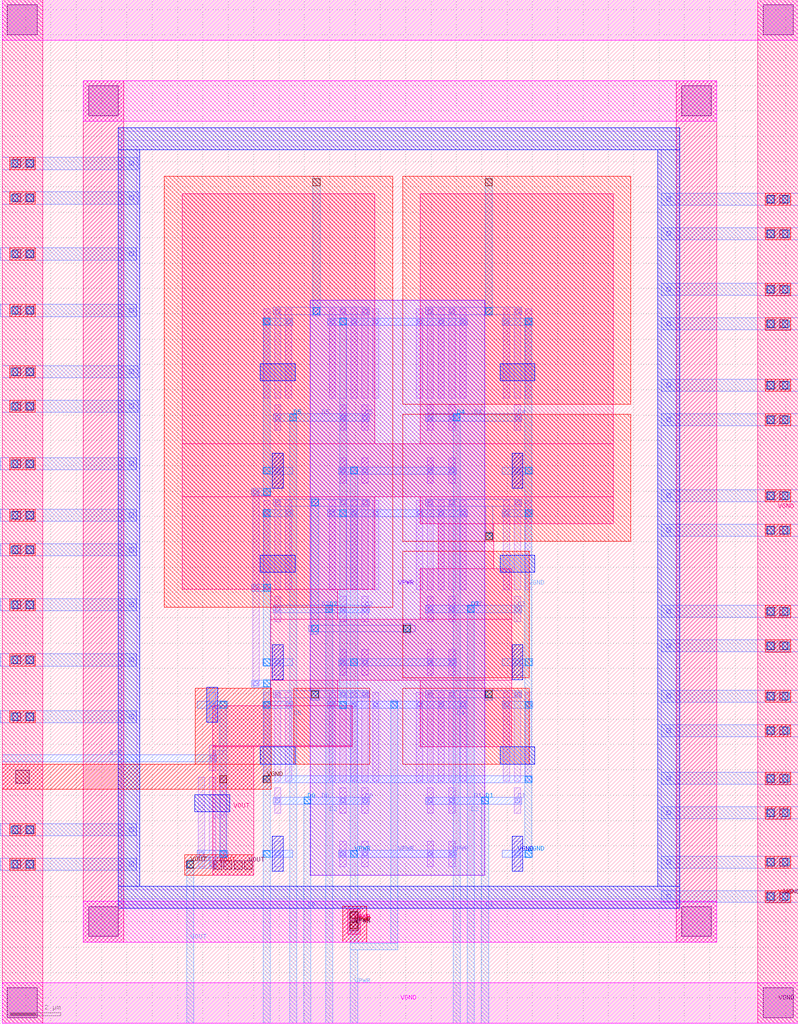
<source format=lef>
VERSION 5.7 ;
  NOWIREEXTENSIONATPIN ON ;
  DIVIDERCHAR "/" ;
  BUSBITCHARS "[]" ;
MACRO sky130_fd_pr__cap_mim_m3_1_RRZ644
  CLASS BLOCK ;
  FOREIGN sky130_fd_pr__cap_mim_m3_1_RRZ644 ;
  ORIGIN 4.750 4.500 ;
  SIZE 9.000 BY 9.000 ;
  OBS
      LAYER met3 ;
        RECT -4.750 -4.500 4.250 4.500 ;
      LAYER met4 ;
        RECT -4.055 -3.805 3.555 3.805 ;
  END
END sky130_fd_pr__cap_mim_m3_1_RRZ644
MACRO sky130_fd_pr__cap_mim_m3_1_4CW8F2
  CLASS BLOCK ;
  FOREIGN sky130_fd_pr__cap_mim_m3_1_4CW8F2 ;
  ORIGIN 4.750 2.500 ;
  SIZE 9.000 BY 5.000 ;
  OBS
      LAYER met3 ;
        RECT -4.750 -2.500 4.250 2.500 ;
      LAYER met4 ;
        RECT -4.055 -1.805 3.555 1.805 ;
  END
END sky130_fd_pr__cap_mim_m3_1_4CW8F2
MACRO INV_B_13409687_0_1653520173
  CLASS BLOCK ;
  FOREIGN INV_B_13409687_0_1653520173 ;
  ORIGIN 0.000 0.000 ;
  SIZE 5.415 BY 7.560 ;
  OBS
      LAYER nwell ;
        RECT 0.000 0.000 3.440 7.560 ;
      LAYER pwell ;
        RECT 4.515 6.030 4.945 7.410 ;
        RECT 4.045 2.495 5.415 3.175 ;
      LAYER li1 ;
        RECT 1.165 6.215 1.415 7.225 ;
        RECT 2.025 6.215 2.275 7.225 ;
        RECT 4.605 6.215 4.855 7.225 ;
        RECT 1.165 4.115 1.415 5.125 ;
        RECT 2.025 4.115 2.275 5.125 ;
        RECT 4.605 4.115 4.855 5.125 ;
        RECT 0.735 0.335 0.985 3.865 ;
        RECT 1.165 0.335 1.415 3.865 ;
        RECT 1.595 0.335 1.845 3.865 ;
        RECT 2.025 0.335 2.275 3.865 ;
        RECT 2.455 0.335 2.705 3.865 ;
        RECT 4.175 0.335 4.425 3.865 ;
        RECT 4.605 0.335 4.855 3.865 ;
        RECT 5.035 0.335 5.285 3.865 ;
      LAYER mcon ;
        RECT 1.205 6.635 1.375 6.805 ;
        RECT 2.065 6.635 2.235 6.805 ;
        RECT 4.645 6.635 4.815 6.805 ;
        RECT 1.205 4.535 1.375 4.705 ;
        RECT 2.065 4.535 2.235 4.705 ;
        RECT 4.645 4.535 4.815 4.705 ;
        RECT 0.775 0.755 0.945 0.925 ;
        RECT 1.205 0.335 1.375 0.505 ;
        RECT 1.635 0.755 1.805 0.925 ;
        RECT 2.065 0.335 2.235 0.505 ;
        RECT 2.495 0.755 2.665 0.925 ;
        RECT 4.215 0.755 4.385 0.925 ;
        RECT 4.645 0.335 4.815 0.505 ;
        RECT 5.075 0.755 5.245 0.925 ;
      LAYER met1 ;
        RECT 1.120 6.580 2.320 6.860 ;
        RECT 4.130 6.580 5.330 6.860 ;
        RECT 1.120 4.480 4.900 4.760 ;
        RECT 0.690 0.700 2.750 0.980 ;
        RECT 4.130 0.700 5.330 0.980 ;
        RECT 1.120 0.280 4.900 0.560 ;
      LAYER via ;
        RECT 5.030 6.590 5.290 6.850 ;
        RECT 5.030 0.710 5.290 0.970 ;
      LAYER met2 ;
        RECT 5.020 0.680 5.300 6.880 ;
  END
END INV_B_13409687_0_1653520173
MACRO sky130_fd_pr__cap_mim_m3_1_F8PC2Z
  CLASS BLOCK ;
  FOREIGN sky130_fd_pr__cap_mim_m3_1_F8PC2Z ;
  ORIGIN 2.750 1.500 ;
  SIZE 5.000 BY 3.000 ;
  OBS
      LAYER met3 ;
        RECT -2.750 -1.500 2.250 1.500 ;
      LAYER met4 ;
        RECT -2.055 -0.805 1.555 0.805 ;
  END
END sky130_fd_pr__cap_mim_m3_1_F8PC2Z
MACRO sky130_fd_pr__cap_mim_m3_1_K8PL49$1
  CLASS BLOCK ;
  FOREIGN sky130_fd_pr__cap_mim_m3_1_K8PL49$1 ;
  ORIGIN 2.750 2.500 ;
  SIZE 5.000 BY 5.000 ;
  OBS
      LAYER met3 ;
        RECT -2.750 -2.500 2.250 2.500 ;
      LAYER met4 ;
        RECT -2.055 -1.805 1.555 1.805 ;
  END
END sky130_fd_pr__cap_mim_m3_1_K8PL49$1
MACRO sky130_fd_pr__cap_mim_m3_1_FJFAMD
  CLASS BLOCK ;
  FOREIGN sky130_fd_pr__cap_mim_m3_1_FJFAMD ;
  ORIGIN 1.750 1.500 ;
  SIZE 3.000 BY 3.000 ;
  OBS
      LAYER met3 ;
        RECT -1.750 -1.500 1.250 1.500 ;
      LAYER met4 ;
        RECT -1.055 -0.805 0.555 0.805 ;
  END
END sky130_fd_pr__cap_mim_m3_1_FJFAMD
MACRO sky130_fd_pr__cap_mim_m3_1_4VD94C$1
  CLASS BLOCK ;
  FOREIGN sky130_fd_pr__cap_mim_m3_1_4VD94C$1 ;
  ORIGIN 8.750 4.500 ;
  SIZE 17.000 BY 9.000 ;
  OBS
      LAYER met3 ;
        RECT -8.750 -4.500 8.250 4.500 ;
      LAYER met4 ;
        RECT -8.055 -3.805 7.555 3.805 ;
  END
END sky130_fd_pr__cap_mim_m3_1_4VD94C$1
MACRO NMOS_S_22639876_X1_Y1_1653520174
  CLASS BLOCK ;
  FOREIGN NMOS_S_22639876_X1_Y1_1653520174 ;
  ORIGIN 7.000 -0.280 ;
  SIZE 8.975 BY 7.130 ;
  OBS
      LAYER pwell ;
        RECT 1.075 6.030 1.505 7.410 ;
        RECT 0.605 2.495 1.975 3.175 ;
      LAYER li1 ;
        RECT 1.165 6.215 1.415 7.225 ;
        RECT 1.165 4.115 1.415 5.125 ;
        RECT 0.735 0.335 0.985 3.865 ;
        RECT 1.165 0.335 1.415 3.865 ;
        RECT 1.595 0.335 1.845 3.865 ;
      LAYER mcon ;
        RECT 1.205 6.635 1.375 6.805 ;
        RECT 1.205 4.535 1.375 4.705 ;
        RECT 0.775 0.755 0.945 0.925 ;
        RECT 1.205 0.335 1.375 0.505 ;
        RECT 1.635 0.755 1.805 0.925 ;
      LAYER met1 ;
        RECT 0.690 6.580 1.890 6.860 ;
        RECT -7.000 4.480 1.460 4.760 ;
        RECT 0.690 0.700 1.890 0.980 ;
        RECT 0.260 0.280 1.460 0.560 ;
      LAYER via ;
        RECT 1.590 6.590 1.850 6.850 ;
        RECT 1.590 0.710 1.850 0.970 ;
      LAYER met2 ;
        RECT 1.580 0.680 1.860 6.880 ;
  END
END NMOS_S_22639876_X1_Y1_1653520174
MACRO DCDC_DAC
  CLASS BLOCK ;
  FOREIGN DCDC_DAC ;
  ORIGIN -0.080 -0.005 ;
  SIZE 31.410 BY 40.380 ;
  PIN RST
    ANTENNAGATEAREA 0.126000 ;
    PORT
      LAYER li1 ;
        RECT 8.245 9.960 8.495 10.970 ;
      LAYER mcon ;
        RECT 8.285 10.380 8.455 10.550 ;
      LAYER met1 ;
        RECT 0.080 10.325 8.540 10.605 ;
    END
  END RST
  PIN VGND
    USE GROUND ;
    PORT
      LAYER pwell ;
        RECT 10.735 21.115 11.165 22.495 ;
        RECT 20.195 21.115 20.625 22.495 ;
        RECT 10.735 13.555 11.165 14.935 ;
        RECT 20.195 13.555 20.625 14.935 ;
        RECT 8.155 11.875 8.585 13.255 ;
        RECT 10.735 5.995 11.165 7.375 ;
        RECT 20.195 5.995 20.625 7.375 ;
      LAYER li1 ;
        RECT 10.395 24.660 10.645 28.190 ;
        RECT 11.255 24.660 11.505 28.190 ;
        RECT 19.855 24.660 20.105 28.190 ;
        RECT 20.715 24.660 20.965 28.190 ;
        RECT 10.825 21.300 11.075 22.310 ;
        RECT 20.285 21.300 20.535 22.310 ;
        RECT 9.965 13.320 10.215 21.050 ;
        RECT 10.395 17.100 10.645 20.630 ;
        RECT 11.255 17.100 11.505 20.630 ;
        RECT 19.855 17.100 20.105 20.630 ;
        RECT 20.715 17.100 20.965 20.630 ;
        RECT 10.825 13.740 11.075 14.750 ;
        RECT 20.285 13.740 20.535 14.750 ;
        RECT 8.245 12.060 8.495 13.070 ;
        RECT 7.815 6.180 8.065 9.710 ;
        RECT 8.675 6.180 8.925 9.710 ;
        RECT 10.395 9.540 10.645 13.070 ;
        RECT 11.255 9.540 11.505 13.070 ;
        RECT 19.855 9.540 20.105 13.070 ;
        RECT 20.715 9.540 20.965 13.070 ;
        RECT 10.825 6.180 11.075 7.190 ;
        RECT 20.285 6.180 20.535 7.190 ;
      LAYER mcon ;
        RECT 10.435 27.600 10.605 27.770 ;
        RECT 11.295 27.600 11.465 27.770 ;
        RECT 19.895 27.600 20.065 27.770 ;
        RECT 20.755 27.600 20.925 27.770 ;
        RECT 10.865 21.720 11.035 21.890 ;
        RECT 20.325 21.720 20.495 21.890 ;
        RECT 10.005 20.880 10.175 21.050 ;
        RECT 10.005 17.100 10.175 17.270 ;
        RECT 10.435 20.040 10.605 20.210 ;
        RECT 11.295 20.040 11.465 20.210 ;
        RECT 19.895 20.040 20.065 20.210 ;
        RECT 20.755 20.040 20.925 20.210 ;
        RECT 10.865 14.160 11.035 14.330 ;
        RECT 20.325 14.160 20.495 14.330 ;
        RECT 10.005 13.320 10.175 13.490 ;
        RECT 8.285 12.480 8.455 12.650 ;
        RECT 10.435 12.480 10.605 12.650 ;
        RECT 7.855 6.600 8.025 6.770 ;
        RECT 11.295 12.480 11.465 12.650 ;
        RECT 19.895 12.480 20.065 12.650 ;
        RECT 20.755 12.480 20.925 12.650 ;
        RECT 8.715 6.600 8.885 6.770 ;
        RECT 10.865 6.600 11.035 6.770 ;
        RECT 20.325 6.600 20.495 6.770 ;
      LAYER met1 ;
        RECT 10.350 27.545 11.550 27.825 ;
        RECT 19.810 27.545 21.010 27.825 ;
        RECT 10.350 21.665 11.550 21.945 ;
        RECT 19.810 21.665 21.010 21.945 ;
        RECT 9.920 20.825 10.680 21.105 ;
        RECT 10.350 19.985 11.550 20.265 ;
        RECT 19.810 19.985 21.010 20.265 ;
        RECT 9.920 17.045 10.680 17.325 ;
        RECT 10.350 14.105 11.550 14.385 ;
        RECT 19.810 14.105 21.010 14.385 ;
        RECT 9.920 13.265 10.680 13.545 ;
        RECT 7.770 12.425 8.970 12.705 ;
        RECT 10.350 12.425 11.550 12.705 ;
        RECT 19.810 12.425 21.010 12.705 ;
        RECT 10.360 9.485 21.000 9.765 ;
        RECT 7.770 6.545 8.970 6.825 ;
        RECT 10.350 6.545 11.550 6.825 ;
        RECT 19.810 6.545 21.010 6.825 ;
      LAYER via ;
        RECT 10.390 27.555 10.650 27.815 ;
        RECT 20.710 27.555 20.970 27.815 ;
        RECT 10.390 21.675 10.650 21.935 ;
        RECT 20.710 21.675 20.970 21.935 ;
        RECT 10.390 20.835 10.650 21.095 ;
        RECT 10.390 19.995 10.650 20.255 ;
        RECT 20.710 19.995 20.970 20.255 ;
        RECT 10.390 17.055 10.650 17.315 ;
        RECT 10.390 14.115 10.650 14.375 ;
        RECT 20.710 14.115 20.970 14.375 ;
        RECT 10.390 13.275 10.650 13.535 ;
        RECT 8.670 12.435 8.930 12.695 ;
        RECT 10.390 12.435 10.650 12.695 ;
        RECT 20.710 12.435 20.970 12.695 ;
        RECT 10.390 9.495 10.650 9.755 ;
        RECT 20.710 9.495 20.970 9.755 ;
        RECT 8.670 6.555 8.930 6.815 ;
        RECT 10.390 6.555 10.650 6.815 ;
        RECT 20.710 6.555 20.970 6.815 ;
      LAYER met2 ;
        RECT 10.380 20.805 10.660 27.845 ;
        RECT 10.380 14.085 10.660 20.285 ;
        RECT 8.660 6.525 8.940 12.725 ;
        RECT 10.380 0.005 10.660 13.565 ;
        RECT 20.700 6.525 20.980 27.845 ;
      LAYER via2 ;
        RECT 8.660 9.485 8.940 9.765 ;
        RECT 10.380 9.485 10.660 9.765 ;
      LAYER met3 ;
        RECT 0.380 33.685 1.380 34.165 ;
        RECT 0.380 32.325 1.380 32.805 ;
        RECT 30.190 32.275 31.190 32.755 ;
        RECT 30.190 30.915 31.190 31.395 ;
        RECT 0.380 30.115 1.380 30.595 ;
        RECT 30.190 28.715 31.190 29.195 ;
        RECT 0.380 27.885 1.380 28.365 ;
        RECT 30.190 27.355 31.190 27.835 ;
        RECT 0.380 25.465 1.380 25.945 ;
        RECT 30.190 24.935 31.190 25.415 ;
        RECT 0.380 24.105 1.380 24.585 ;
        RECT 30.190 23.575 31.190 24.055 ;
        RECT 0.380 21.835 1.380 22.315 ;
        RECT 30.190 20.575 31.190 21.055 ;
        RECT 0.380 19.805 1.380 20.285 ;
        RECT 30.190 19.215 31.190 19.695 ;
        RECT 0.380 18.445 1.380 18.925 ;
        RECT 0.380 16.275 1.380 16.755 ;
        RECT 30.190 16.005 31.190 16.485 ;
        RECT 30.190 14.645 31.190 15.125 ;
        RECT 0.380 14.095 1.380 14.575 ;
        RECT 0.380 11.855 1.380 12.335 ;
        RECT 7.690 10.225 10.690 13.225 ;
        RECT 30.190 12.665 31.190 13.145 ;
        RECT 30.190 11.305 31.190 11.785 ;
        RECT 0.080 9.225 10.690 10.225 ;
        RECT 30.190 9.415 31.190 9.895 ;
        RECT 30.190 8.055 31.190 8.535 ;
        RECT 0.380 7.395 1.380 7.875 ;
        RECT 0.380 6.035 1.380 6.515 ;
        RECT 30.190 6.115 31.190 6.595 ;
        RECT 30.190 4.755 31.190 5.235 ;
      LAYER via3 ;
        RECT 0.490 33.770 0.810 34.090 ;
        RECT 1.010 33.770 1.330 34.090 ;
        RECT 0.490 32.410 0.810 32.730 ;
        RECT 1.010 32.410 1.330 32.730 ;
        RECT 30.240 32.360 30.560 32.680 ;
        RECT 30.760 32.360 31.080 32.680 ;
        RECT 30.240 31.000 30.560 31.320 ;
        RECT 30.760 31.000 31.080 31.320 ;
        RECT 0.490 30.200 0.810 30.520 ;
        RECT 1.010 30.200 1.330 30.520 ;
        RECT 30.240 28.800 30.560 29.120 ;
        RECT 30.760 28.800 31.080 29.120 ;
        RECT 0.490 27.970 0.810 28.290 ;
        RECT 1.010 27.970 1.330 28.290 ;
        RECT 30.240 27.440 30.560 27.760 ;
        RECT 30.760 27.440 31.080 27.760 ;
        RECT 0.490 25.550 0.810 25.870 ;
        RECT 1.010 25.550 1.330 25.870 ;
        RECT 30.240 25.020 30.560 25.340 ;
        RECT 30.760 25.020 31.080 25.340 ;
        RECT 0.490 24.190 0.810 24.510 ;
        RECT 1.010 24.190 1.330 24.510 ;
        RECT 30.240 23.660 30.560 23.980 ;
        RECT 30.760 23.660 31.080 23.980 ;
        RECT 0.490 21.920 0.810 22.240 ;
        RECT 1.010 21.920 1.330 22.240 ;
        RECT 30.240 20.660 30.560 20.980 ;
        RECT 30.760 20.660 31.080 20.980 ;
        RECT 0.490 19.880 0.810 20.200 ;
        RECT 1.010 19.880 1.330 20.200 ;
        RECT 30.240 19.300 30.560 19.620 ;
        RECT 30.760 19.300 31.080 19.620 ;
        RECT 0.490 18.520 0.810 18.840 ;
        RECT 1.010 18.520 1.330 18.840 ;
        RECT 0.490 16.360 0.810 16.680 ;
        RECT 1.010 16.360 1.330 16.680 ;
        RECT 30.240 16.090 30.560 16.410 ;
        RECT 30.760 16.090 31.080 16.410 ;
        RECT 30.240 14.730 30.560 15.050 ;
        RECT 30.760 14.730 31.080 15.050 ;
        RECT 0.490 14.180 0.810 14.500 ;
        RECT 1.010 14.180 1.330 14.500 ;
        RECT 0.490 11.940 0.810 12.260 ;
        RECT 1.010 11.940 1.330 12.260 ;
        RECT 30.240 12.750 30.560 13.070 ;
        RECT 30.760 12.750 31.080 13.070 ;
        RECT 30.240 11.390 30.560 11.710 ;
        RECT 30.760 11.390 31.080 11.710 ;
        RECT 0.620 9.470 1.140 9.990 ;
        RECT 30.240 9.500 30.560 9.820 ;
        RECT 30.760 9.500 31.080 9.820 ;
        RECT 30.240 8.140 30.560 8.460 ;
        RECT 30.760 8.140 31.080 8.460 ;
        RECT 0.490 7.480 0.810 7.800 ;
        RECT 1.010 7.480 1.330 7.800 ;
        RECT 0.490 6.120 0.810 6.440 ;
        RECT 1.010 6.120 1.330 6.440 ;
        RECT 30.240 6.200 30.560 6.520 ;
        RECT 30.760 6.200 31.080 6.520 ;
        RECT 30.240 4.840 30.560 5.160 ;
        RECT 30.760 4.840 31.080 5.160 ;
      LAYER met4 ;
        RECT 0.080 0.005 1.680 40.385 ;
        RECT 29.890 0.005 31.490 40.385 ;
      LAYER via4 ;
        RECT 0.285 39.005 1.465 40.185 ;
        RECT 0.285 0.225 1.465 1.405 ;
        RECT 30.105 39.005 31.285 40.185 ;
        RECT 30.105 0.225 31.285 1.405 ;
      LAYER met5 ;
        RECT 0.080 38.785 31.490 40.385 ;
        RECT 0.080 0.005 31.490 1.605 ;
    END
  END VGND
  PIN VPWR
    USE POWER ;
    PORT
      LAYER nwell ;
        RECT 12.240 5.845 19.120 28.525 ;
      LAYER li1 ;
        RECT 12.975 24.660 13.225 28.190 ;
        RECT 13.835 24.660 14.085 28.190 ;
        RECT 14.695 24.660 14.945 28.190 ;
        RECT 16.415 24.660 16.665 28.190 ;
        RECT 17.275 24.660 17.525 28.190 ;
        RECT 18.135 24.660 18.385 28.190 ;
        RECT 13.405 21.300 13.655 22.310 ;
        RECT 14.265 21.300 14.515 22.310 ;
        RECT 16.845 21.300 17.095 22.310 ;
        RECT 17.705 21.300 17.955 22.310 ;
        RECT 12.975 17.100 13.225 20.630 ;
        RECT 13.835 17.100 14.085 20.630 ;
        RECT 14.695 17.100 14.945 20.630 ;
        RECT 16.415 17.100 16.665 20.630 ;
        RECT 17.275 17.100 17.525 20.630 ;
        RECT 18.135 17.100 18.385 20.630 ;
        RECT 13.405 13.740 13.655 14.750 ;
        RECT 14.265 13.740 14.515 14.750 ;
        RECT 16.845 13.740 17.095 14.750 ;
        RECT 17.705 13.740 17.955 14.750 ;
        RECT 12.975 9.540 13.225 13.070 ;
        RECT 13.835 9.540 14.085 13.070 ;
        RECT 14.695 9.540 14.945 13.070 ;
        RECT 16.415 9.540 16.665 13.070 ;
        RECT 17.275 9.540 17.525 13.070 ;
        RECT 18.135 9.540 18.385 13.070 ;
        RECT 13.405 6.180 13.655 7.190 ;
        RECT 14.265 6.180 14.515 7.190 ;
        RECT 16.845 6.180 17.095 7.190 ;
        RECT 17.705 6.180 17.955 7.190 ;
      LAYER mcon ;
        RECT 13.015 27.600 13.185 27.770 ;
        RECT 13.875 27.600 14.045 27.770 ;
        RECT 14.735 27.600 14.905 27.770 ;
        RECT 16.455 27.600 16.625 27.770 ;
        RECT 17.315 27.600 17.485 27.770 ;
        RECT 18.175 27.600 18.345 27.770 ;
        RECT 13.445 21.720 13.615 21.890 ;
        RECT 14.305 21.720 14.475 21.890 ;
        RECT 16.885 21.720 17.055 21.890 ;
        RECT 17.745 21.720 17.915 21.890 ;
        RECT 13.015 20.040 13.185 20.210 ;
        RECT 13.875 20.040 14.045 20.210 ;
        RECT 14.735 20.040 14.905 20.210 ;
        RECT 16.455 20.040 16.625 20.210 ;
        RECT 17.315 20.040 17.485 20.210 ;
        RECT 18.175 20.040 18.345 20.210 ;
        RECT 13.445 14.160 13.615 14.330 ;
        RECT 14.305 14.160 14.475 14.330 ;
        RECT 16.885 14.160 17.055 14.330 ;
        RECT 17.745 14.160 17.915 14.330 ;
        RECT 13.015 12.480 13.185 12.650 ;
        RECT 13.875 12.480 14.045 12.650 ;
        RECT 14.735 12.480 14.905 12.650 ;
        RECT 16.455 12.480 16.625 12.650 ;
        RECT 17.315 12.480 17.485 12.650 ;
        RECT 18.175 12.480 18.345 12.650 ;
        RECT 13.445 6.600 13.615 6.770 ;
        RECT 14.305 6.600 14.475 6.770 ;
        RECT 16.885 6.600 17.055 6.770 ;
        RECT 17.745 6.600 17.915 6.770 ;
      LAYER met1 ;
        RECT 12.930 27.545 18.430 27.825 ;
        RECT 13.360 21.665 18.000 21.945 ;
        RECT 12.930 19.985 18.430 20.265 ;
        RECT 13.360 14.105 18.000 14.385 ;
        RECT 12.930 12.425 18.430 12.705 ;
        RECT 13.360 6.545 18.000 6.825 ;
      LAYER via ;
        RECT 13.400 27.555 13.660 27.815 ;
        RECT 13.830 21.675 14.090 21.935 ;
        RECT 13.400 19.995 13.660 20.255 ;
        RECT 13.830 14.115 14.090 14.375 ;
        RECT 13.400 12.435 13.660 12.695 ;
        RECT 15.410 12.435 15.670 12.695 ;
        RECT 13.830 6.555 14.090 6.815 ;
      LAYER met2 ;
        RECT 13.390 12.405 13.670 27.845 ;
        RECT 13.820 3.155 14.100 21.965 ;
        RECT 15.400 3.155 15.680 12.750 ;
        RECT 13.820 2.910 15.680 3.155 ;
        RECT 13.820 0.005 14.100 2.910 ;
      LAYER via2 ;
        RECT 13.820 4.135 14.100 4.415 ;
        RECT 13.820 3.725 14.100 4.005 ;
      LAYER met3 ;
        RECT 13.520 3.205 14.470 4.615 ;
      LAYER via3 ;
        RECT 13.800 4.070 14.120 4.390 ;
        RECT 13.800 3.660 14.120 3.980 ;
      LAYER met4 ;
        RECT 13.720 3.505 14.200 4.505 ;
    END
  END VPWR
  PIN D0
    ANTENNAGATEAREA 0.378000 ;
    PORT
      LAYER li1 ;
        RECT 10.825 8.280 11.075 9.290 ;
        RECT 13.405 8.280 13.655 9.290 ;
        RECT 14.265 8.280 14.515 9.290 ;
      LAYER mcon ;
        RECT 10.865 8.700 11.035 8.870 ;
        RECT 13.445 8.700 13.615 8.870 ;
        RECT 14.305 8.700 14.475 8.870 ;
      LAYER met1 ;
        RECT 10.780 8.645 14.560 8.925 ;
      LAYER via ;
        RECT 11.990 8.655 12.250 8.915 ;
      LAYER met2 ;
        RECT 11.980 0.005 12.260 8.945 ;
    END
  END D0
  PIN D2
    ANTENNAGATEAREA 0.378000 ;
    PORT
      LAYER li1 ;
        RECT 10.825 15.840 11.075 16.850 ;
        RECT 13.405 15.840 13.655 16.850 ;
        RECT 14.265 15.840 14.515 16.850 ;
      LAYER mcon ;
        RECT 10.865 16.260 11.035 16.430 ;
        RECT 13.445 16.260 13.615 16.430 ;
        RECT 14.305 16.260 14.475 16.430 ;
      LAYER met1 ;
        RECT 10.780 16.205 14.560 16.485 ;
      LAYER via ;
        RECT 12.850 16.215 13.110 16.475 ;
      LAYER met2 ;
        RECT 12.840 0.005 13.120 16.505 ;
    END
  END D2
  PIN D5
    ANTENNAGATEAREA 0.378000 ;
    PORT
      LAYER li1 ;
        RECT 10.825 23.400 11.075 24.410 ;
        RECT 13.405 23.400 13.655 24.410 ;
        RECT 14.265 23.400 14.515 24.410 ;
      LAYER mcon ;
        RECT 10.865 23.820 11.035 23.990 ;
        RECT 13.445 23.820 13.615 23.990 ;
        RECT 14.305 23.820 14.475 23.990 ;
      LAYER met1 ;
        RECT 10.780 23.765 14.560 24.045 ;
      LAYER via ;
        RECT 11.430 23.775 11.690 24.035 ;
      LAYER met2 ;
        RECT 11.420 0.005 11.700 24.065 ;
    END
  END D5
  PIN D3
    ANTENNAGATEAREA 0.378000 ;
    PORT
      LAYER li1 ;
        RECT 16.845 15.840 17.095 16.850 ;
        RECT 17.705 15.840 17.955 16.850 ;
        RECT 20.285 15.840 20.535 16.850 ;
      LAYER mcon ;
        RECT 16.885 16.260 17.055 16.430 ;
        RECT 17.745 16.260 17.915 16.430 ;
        RECT 20.325 16.260 20.495 16.430 ;
      LAYER met1 ;
        RECT 16.800 16.205 20.580 16.485 ;
      LAYER via ;
        RECT 18.440 16.215 18.700 16.475 ;
      LAYER met2 ;
        RECT 18.430 0.005 18.710 16.505 ;
    END
  END D3
  PIN D4
    ANTENNAGATEAREA 0.378000 ;
    PORT
      LAYER li1 ;
        RECT 16.845 23.400 17.095 24.410 ;
        RECT 17.705 23.400 17.955 24.410 ;
        RECT 20.285 23.400 20.535 24.410 ;
      LAYER mcon ;
        RECT 16.885 23.820 17.055 23.990 ;
        RECT 17.745 23.820 17.915 23.990 ;
        RECT 20.325 23.820 20.495 23.990 ;
      LAYER met1 ;
        RECT 16.800 23.765 20.580 24.045 ;
      LAYER via ;
        RECT 17.880 23.775 18.140 24.035 ;
      LAYER met2 ;
        RECT 17.870 0.005 18.150 24.065 ;
    END
  END D4
  PIN D1
    ANTENNAGATEAREA 0.378000 ;
    PORT
      LAYER li1 ;
        RECT 16.845 8.280 17.095 9.290 ;
        RECT 17.705 8.280 17.955 9.290 ;
        RECT 20.285 8.280 20.535 9.290 ;
      LAYER mcon ;
        RECT 16.885 8.700 17.055 8.870 ;
        RECT 17.745 8.700 17.915 8.870 ;
        RECT 20.325 8.700 20.495 8.870 ;
      LAYER met1 ;
        RECT 16.800 8.645 20.580 8.925 ;
      LAYER via ;
        RECT 19.000 8.655 19.260 8.915 ;
      LAYER met2 ;
        RECT 18.990 0.005 19.270 8.945 ;
    END
  END D1
  PIN VOUT
    ANTENNADIFFAREA 0.117600 ;
    PORT
      LAYER li1 ;
        RECT 8.245 6.180 8.495 9.710 ;
      LAYER mcon ;
        RECT 8.285 6.180 8.455 6.350 ;
      LAYER met1 ;
        RECT 7.340 6.125 8.540 6.405 ;
      LAYER via ;
        RECT 7.370 6.135 7.630 6.395 ;
      LAYER met2 ;
        RECT 7.360 0.000 7.640 6.450 ;
      LAYER via2 ;
        RECT 7.360 6.125 7.640 6.405 ;
      LAYER met3 ;
        RECT 7.280 5.845 10.000 6.645 ;
      LAYER via3 ;
        RECT 8.425 6.085 8.745 6.405 ;
        RECT 8.825 6.085 9.145 6.405 ;
        RECT 9.225 6.085 9.545 6.405 ;
        RECT 9.625 6.085 9.945 6.405 ;
      LAYER met4 ;
        RECT 7.175 22.865 14.785 32.730 ;
        RECT 16.575 22.865 24.185 32.730 ;
        RECT 7.175 20.775 24.185 22.865 ;
        RECT 7.175 17.120 14.785 20.775 ;
        RECT 16.575 19.720 24.185 20.775 ;
        RECT 17.280 17.930 19.480 19.720 ;
        RECT 10.670 15.945 13.310 17.120 ;
        RECT 16.575 15.945 20.185 17.930 ;
        RECT 10.670 13.545 20.185 15.945 ;
        RECT 10.670 12.530 13.310 13.545 ;
        RECT 8.385 10.945 13.895 12.530 ;
        RECT 8.380 10.920 13.895 10.945 ;
        RECT 16.575 10.920 20.185 13.545 ;
        RECT 8.380 5.845 10.000 10.920 ;
    END
  END VOUT
  OBS
      LAYER pwell ;
        RECT 4.650 34.475 26.810 35.335 ;
        RECT 4.650 5.405 5.510 34.475 ;
        RECT 10.265 25.350 11.635 26.030 ;
        RECT 19.725 25.350 21.095 26.030 ;
        RECT 10.265 17.790 11.635 18.470 ;
        RECT 19.725 17.790 21.095 18.470 ;
        RECT 10.265 10.230 11.635 10.910 ;
        RECT 19.725 10.230 21.095 10.910 ;
        RECT 7.685 8.340 9.055 9.020 ;
        RECT 25.950 5.405 26.810 34.475 ;
        RECT 4.650 4.545 26.810 5.405 ;
      LAYER li1 ;
        RECT 4.785 34.850 26.675 35.205 ;
        RECT 4.780 34.605 26.680 34.850 ;
        RECT 4.780 5.275 5.380 34.605 ;
        RECT 10.825 24.660 11.075 28.190 ;
        RECT 13.405 24.660 13.655 28.190 ;
        RECT 14.265 24.660 14.515 28.190 ;
        RECT 16.845 24.660 17.095 28.190 ;
        RECT 17.705 24.660 17.955 28.190 ;
        RECT 20.285 24.660 20.535 28.190 ;
        RECT 10.825 17.100 11.075 20.630 ;
        RECT 13.405 17.100 13.655 20.630 ;
        RECT 14.265 17.100 14.515 20.630 ;
        RECT 16.845 17.100 17.095 20.630 ;
        RECT 17.705 17.100 17.955 20.630 ;
        RECT 20.285 17.100 20.535 20.630 ;
        RECT 10.825 9.540 11.075 13.070 ;
        RECT 13.405 9.540 13.655 13.070 ;
        RECT 14.265 9.540 14.515 13.070 ;
        RECT 16.845 9.540 17.095 13.070 ;
        RECT 17.705 9.540 17.955 13.070 ;
        RECT 20.285 9.540 20.535 13.070 ;
        RECT 26.080 5.275 26.680 34.605 ;
        RECT 4.780 4.910 26.680 5.275 ;
        RECT 4.785 4.675 26.675 4.910 ;
      LAYER mcon ;
        RECT 5.095 33.850 5.265 34.020 ;
        RECT 5.095 32.490 5.265 32.660 ;
        RECT 5.095 30.280 5.265 30.450 ;
        RECT 5.095 28.050 5.265 28.220 ;
        RECT 26.295 32.440 26.465 32.610 ;
        RECT 26.295 31.080 26.465 31.250 ;
        RECT 26.295 28.880 26.465 29.050 ;
        RECT 5.095 25.630 5.265 25.800 ;
        RECT 10.865 28.020 11.035 28.190 ;
        RECT 13.445 28.020 13.615 28.190 ;
        RECT 14.305 28.020 14.475 28.190 ;
        RECT 16.885 28.020 17.055 28.190 ;
        RECT 17.745 28.020 17.915 28.190 ;
        RECT 20.325 28.020 20.495 28.190 ;
        RECT 26.295 27.520 26.465 27.690 ;
        RECT 26.295 25.100 26.465 25.270 ;
        RECT 5.095 24.270 5.265 24.440 ;
        RECT 5.095 22.000 5.265 22.170 ;
        RECT 26.295 23.740 26.465 23.910 ;
        RECT 26.295 20.740 26.465 20.910 ;
        RECT 5.095 19.950 5.265 20.140 ;
        RECT 5.095 18.590 5.265 18.780 ;
        RECT 10.865 20.460 11.035 20.630 ;
        RECT 13.445 20.460 13.615 20.630 ;
        RECT 14.305 20.460 14.475 20.630 ;
        RECT 16.885 20.460 17.055 20.630 ;
        RECT 17.745 20.460 17.915 20.630 ;
        RECT 20.325 20.460 20.495 20.630 ;
        RECT 26.295 19.380 26.465 19.550 ;
        RECT 5.095 16.440 5.265 16.610 ;
        RECT 5.095 14.260 5.265 14.430 ;
        RECT 26.295 16.170 26.465 16.340 ;
        RECT 26.295 14.810 26.465 14.980 ;
        RECT 5.095 12.020 5.265 12.190 ;
        RECT 10.865 12.900 11.035 13.070 ;
        RECT 13.445 12.900 13.615 13.070 ;
        RECT 14.305 12.900 14.475 13.070 ;
        RECT 16.885 12.900 17.055 13.070 ;
        RECT 17.745 12.900 17.915 13.070 ;
        RECT 20.325 12.900 20.495 13.070 ;
        RECT 26.295 12.830 26.465 13.000 ;
        RECT 26.295 11.470 26.465 11.640 ;
        RECT 26.295 9.580 26.465 9.750 ;
        RECT 5.095 7.560 5.265 7.730 ;
        RECT 5.095 6.200 5.265 6.370 ;
        RECT 26.295 8.220 26.465 8.390 ;
        RECT 26.295 6.280 26.465 6.450 ;
        RECT 26.295 4.920 26.465 5.090 ;
      LAYER met1 ;
        RECT 0.080 33.685 5.440 34.165 ;
        RECT 0.080 32.325 5.440 32.805 ;
        RECT 26.080 32.285 31.490 32.755 ;
        RECT 26.080 30.925 31.490 31.395 ;
        RECT 0.000 30.115 5.360 30.595 ;
        RECT 26.080 28.725 31.490 29.195 ;
        RECT 0.000 27.885 5.360 28.365 ;
        RECT 10.780 27.965 14.560 28.245 ;
        RECT 16.800 27.965 20.580 28.245 ;
        RECT 26.080 27.365 31.490 27.835 ;
        RECT 0.080 25.465 5.440 25.945 ;
        RECT 26.080 24.945 31.490 25.415 ;
        RECT 0.080 24.105 5.440 24.585 ;
        RECT 26.080 23.585 31.490 24.055 ;
        RECT 0.000 21.835 5.360 22.315 ;
        RECT 10.780 20.405 14.560 20.685 ;
        RECT 16.800 20.405 20.580 20.685 ;
        RECT 26.080 20.585 31.490 21.055 ;
        RECT 0.000 19.805 5.360 20.285 ;
        RECT 19.150 19.025 19.430 20.405 ;
        RECT 26.080 19.225 31.490 19.695 ;
        RECT 0.000 18.445 5.360 18.925 ;
        RECT 0.000 16.275 5.360 16.755 ;
        RECT 26.080 16.015 31.490 16.485 ;
        RECT 12.180 15.445 16.380 15.715 ;
        RECT 26.080 14.655 31.490 15.125 ;
        RECT 0.000 14.095 5.360 14.575 ;
        RECT 12.260 13.125 12.580 13.225 ;
        RECT 19.120 13.125 19.440 13.225 ;
        RECT 10.780 12.845 14.560 13.125 ;
        RECT 16.800 12.845 20.580 13.125 ;
        RECT 12.260 12.745 12.580 12.845 ;
        RECT 19.120 12.745 19.440 12.845 ;
        RECT 26.080 12.675 31.490 13.145 ;
        RECT 0.000 11.855 5.360 12.335 ;
        RECT 26.080 11.315 31.490 11.785 ;
        RECT 26.080 9.425 31.490 9.895 ;
        RECT 26.080 8.065 31.490 8.535 ;
        RECT 0.000 7.395 5.360 7.875 ;
        RECT 0.000 6.035 5.360 6.515 ;
        RECT 26.080 6.125 31.490 6.595 ;
        RECT 26.080 4.765 31.490 5.235 ;
      LAYER via ;
        RECT 0.440 33.795 0.700 34.055 ;
        RECT 1.040 33.795 1.300 34.055 ;
        RECT 0.440 32.435 0.700 32.695 ;
        RECT 1.040 32.435 1.300 32.695 ;
        RECT 30.270 32.385 30.530 32.645 ;
        RECT 30.870 32.385 31.130 32.645 ;
        RECT 30.270 31.025 30.530 31.285 ;
        RECT 30.870 31.025 31.130 31.285 ;
        RECT 0.440 30.225 0.700 30.485 ;
        RECT 1.040 30.225 1.300 30.485 ;
        RECT 30.270 28.825 30.530 29.085 ;
        RECT 30.870 28.825 31.130 29.085 ;
        RECT 0.440 27.995 0.700 28.255 ;
        RECT 1.040 27.995 1.300 28.255 ;
        RECT 12.350 27.975 12.610 28.235 ;
        RECT 19.150 27.975 19.410 28.235 ;
        RECT 30.270 27.465 30.530 27.725 ;
        RECT 30.870 27.465 31.130 27.725 ;
        RECT 0.440 25.575 0.700 25.835 ;
        RECT 1.040 25.575 1.300 25.835 ;
        RECT 30.270 25.045 30.530 25.305 ;
        RECT 30.870 25.045 31.130 25.305 ;
        RECT 0.440 24.215 0.700 24.475 ;
        RECT 1.040 24.215 1.300 24.475 ;
        RECT 30.270 23.685 30.530 23.945 ;
        RECT 30.870 23.685 31.130 23.945 ;
        RECT 0.440 21.945 0.700 22.205 ;
        RECT 1.040 21.945 1.300 22.205 ;
        RECT 30.270 20.685 30.530 20.945 ;
        RECT 30.870 20.685 31.130 20.945 ;
        RECT 12.290 20.415 12.550 20.675 ;
        RECT 0.440 19.915 0.700 20.175 ;
        RECT 1.040 19.915 1.300 20.175 ;
        RECT 19.160 19.085 19.420 19.345 ;
        RECT 30.270 19.325 30.530 19.585 ;
        RECT 30.870 19.325 31.130 19.585 ;
        RECT 0.440 18.555 0.700 18.815 ;
        RECT 1.040 18.555 1.300 18.815 ;
        RECT 0.440 16.385 0.700 16.645 ;
        RECT 1.040 16.385 1.300 16.645 ;
        RECT 30.270 16.115 30.530 16.375 ;
        RECT 30.870 16.115 31.130 16.375 ;
        RECT 12.290 15.455 12.550 15.715 ;
        RECT 15.920 15.445 16.180 15.705 ;
        RECT 30.270 14.755 30.530 15.015 ;
        RECT 30.870 14.755 31.130 15.015 ;
        RECT 0.440 14.205 0.700 14.465 ;
        RECT 1.040 14.205 1.300 14.465 ;
        RECT 12.280 12.845 12.540 13.105 ;
        RECT 19.150 12.855 19.410 13.115 ;
        RECT 30.270 12.775 30.530 13.035 ;
        RECT 30.870 12.775 31.130 13.035 ;
        RECT 0.440 11.965 0.700 12.225 ;
        RECT 1.040 11.965 1.300 12.225 ;
        RECT 30.270 11.415 30.530 11.675 ;
        RECT 30.870 11.415 31.130 11.675 ;
        RECT 30.270 9.525 30.530 9.785 ;
        RECT 30.870 9.525 31.130 9.785 ;
        RECT 30.270 8.165 30.530 8.425 ;
        RECT 30.870 8.165 31.130 8.425 ;
        RECT 0.440 7.505 0.700 7.765 ;
        RECT 1.040 7.505 1.300 7.765 ;
        RECT 0.440 6.145 0.700 6.405 ;
        RECT 1.040 6.145 1.300 6.405 ;
        RECT 30.270 6.225 30.530 6.485 ;
        RECT 30.870 6.225 31.130 6.485 ;
        RECT 30.270 4.865 30.530 5.125 ;
        RECT 30.870 4.865 31.130 5.125 ;
      LAYER met2 ;
        RECT 0.380 33.685 1.380 34.165 ;
        RECT 0.380 32.325 1.380 32.805 ;
        RECT 0.380 30.115 1.380 30.595 ;
        RECT 0.380 27.885 1.380 28.365 ;
        RECT 12.340 27.920 12.620 33.425 ;
        RECT 19.140 27.920 19.420 33.425 ;
        RECT 30.190 32.275 31.190 32.755 ;
        RECT 30.190 30.915 31.190 31.395 ;
        RECT 30.190 28.715 31.190 29.195 ;
        RECT 30.190 27.355 31.190 27.835 ;
        RECT 0.380 25.465 1.380 25.945 ;
        RECT 30.190 24.935 31.190 25.415 ;
        RECT 0.380 24.105 1.380 24.585 ;
        RECT 30.190 23.575 31.190 24.055 ;
        RECT 0.380 21.835 1.380 22.315 ;
        RECT 0.380 19.805 1.380 20.285 ;
        RECT 0.380 18.445 1.380 18.925 ;
        RECT 0.380 16.275 1.380 16.755 ;
        RECT 12.280 15.345 12.560 20.730 ;
        RECT 30.190 20.575 31.190 21.055 ;
        RECT 19.150 19.030 19.430 19.400 ;
        RECT 30.190 19.215 31.190 19.695 ;
        RECT 30.190 16.005 31.190 16.485 ;
        RECT 15.910 15.390 16.190 15.760 ;
        RECT 30.190 14.645 31.190 15.125 ;
        RECT 0.380 14.095 1.380 14.575 ;
        RECT 12.280 12.800 12.560 13.170 ;
        RECT 19.140 12.800 19.420 13.170 ;
        RECT 30.190 12.665 31.190 13.145 ;
        RECT 0.380 11.855 1.380 12.335 ;
        RECT 30.190 11.305 31.190 11.785 ;
        RECT 30.190 9.415 31.190 9.895 ;
        RECT 30.190 8.055 31.190 8.535 ;
        RECT 0.380 7.395 1.380 7.875 ;
        RECT 0.380 6.035 1.380 6.515 ;
        RECT 30.190 6.115 31.190 6.595 ;
        RECT 30.190 4.755 31.190 5.235 ;
      LAYER via2 ;
        RECT 12.340 33.045 12.620 33.325 ;
        RECT 19.140 33.045 19.420 33.325 ;
        RECT 19.150 19.075 19.430 19.355 ;
        RECT 15.910 15.435 16.190 15.715 ;
        RECT 12.280 12.845 12.560 13.125 ;
        RECT 19.140 12.845 19.420 13.125 ;
      LAYER met3 ;
        RECT 6.480 16.425 15.480 33.425 ;
        RECT 15.880 24.425 24.880 33.425 ;
        RECT 15.880 19.025 24.880 24.025 ;
        RECT 15.880 13.625 20.880 18.625 ;
        RECT 11.590 10.225 14.590 13.225 ;
        RECT 15.880 10.225 20.880 13.225 ;
      LAYER met4 ;
        RECT 3.280 3.205 4.880 37.185 ;
        RECT 26.680 3.205 28.280 37.185 ;
      LAYER via4 ;
        RECT 3.485 35.805 4.665 36.985 ;
        RECT 3.485 3.425 4.665 4.605 ;
        RECT 26.885 35.805 28.065 36.985 ;
        RECT 26.885 3.425 28.065 4.605 ;
      LAYER met5 ;
        RECT 3.280 35.585 28.280 37.185 ;
        RECT 3.280 3.205 28.280 4.805 ;
  END
END DCDC_DAC
END LIBRARY

</source>
